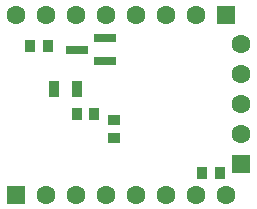
<source format=gbs>
G04*
G04 #@! TF.GenerationSoftware,Altium Limited,Altium Designer,22.4.2 (48)*
G04*
G04 Layer_Color=16711935*
%FSLAX25Y25*%
%MOIN*%
G70*
G04*
G04 #@! TF.SameCoordinates,F7E3B1D8-2F66-413B-9CB6-F982D94F727F*
G04*
G04*
G04 #@! TF.FilePolarity,Negative*
G04*
G01*
G75*
%ADD20R,0.03543X0.04134*%
%ADD26R,0.06299X0.06299*%
%ADD27C,0.06299*%
%ADD28R,0.06299X0.06299*%
%ADD41R,0.07480X0.02756*%
%ADD42R,0.03543X0.05709*%
%ADD43R,0.04134X0.03543*%
D20*
X32185Y34350D02*
D03*
X38091D02*
D03*
X79921Y14567D02*
D03*
X73819D02*
D03*
X22638Y56968D02*
D03*
X16732D02*
D03*
D26*
X11811Y7402D02*
D03*
X81811Y67402D02*
D03*
D27*
X21811Y7402D02*
D03*
X31811D02*
D03*
X41811D02*
D03*
X51811D02*
D03*
X61811D02*
D03*
X71811D02*
D03*
X81811D02*
D03*
X87087Y27559D02*
D03*
Y37559D02*
D03*
Y47559D02*
D03*
Y57559D02*
D03*
X11811Y67402D02*
D03*
X21811D02*
D03*
X31811D02*
D03*
X41811D02*
D03*
X51811D02*
D03*
X61811D02*
D03*
X71811D02*
D03*
D28*
X87087Y17559D02*
D03*
D41*
X32283Y55709D02*
D03*
X41732Y51968D02*
D03*
Y59449D02*
D03*
D42*
X32185Y42520D02*
D03*
X24508D02*
D03*
D43*
X44488Y32283D02*
D03*
Y26378D02*
D03*
M02*

</source>
